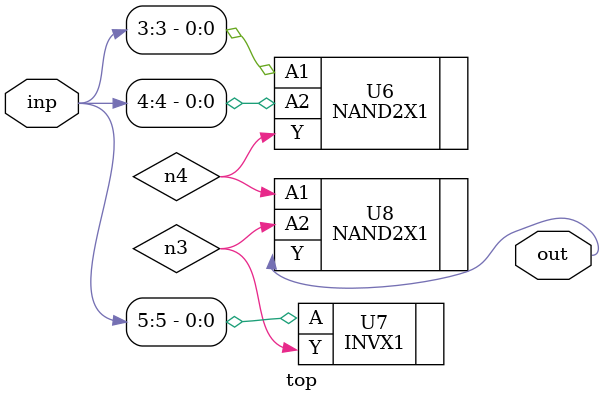
<source format=sv>


module top ( inp, out );
  input [5:0] inp;
  output out;
  wire   n3, n4;

  NAND2X1 U6 ( .A1(inp[3]), .A2(inp[4]), .Y(n4) );
  INVX1 U7 ( .A(inp[5]), .Y(n3) );
  NAND2X1 U8 ( .A1(n4), .A2(n3), .Y(out) );
endmodule


</source>
